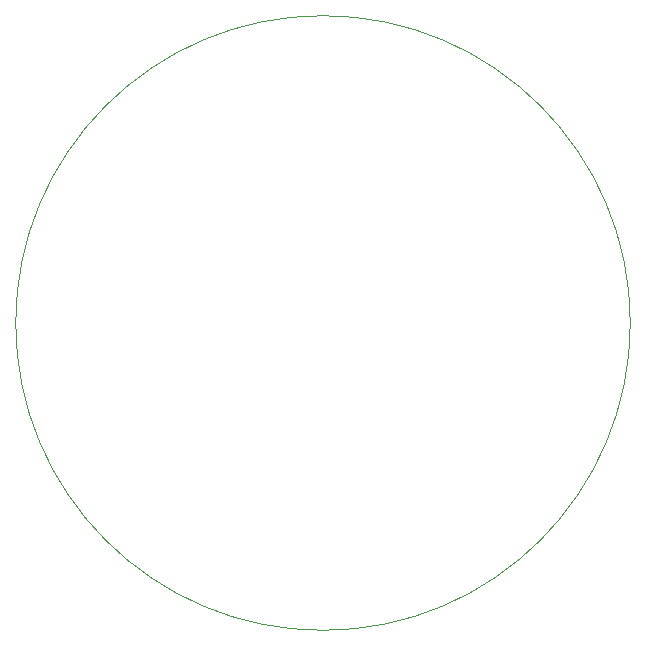
<source format=gbr>
%TF.GenerationSoftware,KiCad,Pcbnew,9.0.1*%
%TF.CreationDate,2025-04-27T19:27:19+01:00*%
%TF.ProjectId,PCB_IndicadorBateriaBaja,5043425f-496e-4646-9963-61646f724261,1*%
%TF.SameCoordinates,Original*%
%TF.FileFunction,Profile,NP*%
%FSLAX46Y46*%
G04 Gerber Fmt 4.6, Leading zero omitted, Abs format (unit mm)*
G04 Created by KiCad (PCBNEW 9.0.1) date 2025-04-27 19:27:19*
%MOMM*%
%LPD*%
G01*
G04 APERTURE LIST*
%TA.AperFunction,Profile*%
%ADD10C,0.050000*%
%TD*%
G04 APERTURE END LIST*
D10*
X96689224Y-54380000D02*
G75*
G02*
X44650776Y-54380000I-26019224J0D01*
G01*
X44650776Y-54380000D02*
G75*
G02*
X96689224Y-54380000I26019224J0D01*
G01*
M02*

</source>
